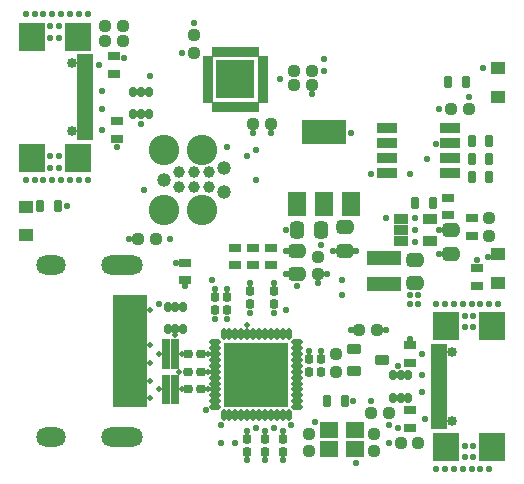
<source format=gts>
%FSLAX46Y46*%
%MOMM*%
%AMPS37*
21,1,5.500000,5.500000,0.000000,0.000000,180.000000*
%
%ADD37PS37*%
%AMPS31*
21,1,1.100000,1.200000,0.000000,0.000000,90.000000*
%
%ADD31PS31*%
%AMPS48*
21,1,1.100000,1.200000,0.000000,0.000000,270.000000*
%
%ADD48PS48*%
%AMPS18*
21,1,0.450000,0.700000,0.000000,0.000000,90.000000*
%
%ADD18PS18*%
%AMPS21*
21,1,0.450000,0.700000,0.000000,0.000000,270.000000*
%
%ADD21PS21*%
%AMPS44*
21,1,0.800000,1.700000,0.000000,0.000000,90.000000*
%
%ADD44PS44*%
%AMPS43*
21,1,0.800000,1.700000,0.000000,0.000000,270.000000*
%
%ADD43PS43*%
%AMPS19*
21,1,0.650000,0.700000,0.000000,0.000000,90.000000*
%
%ADD19PS19*%
%AMPS20*
21,1,0.650000,0.700000,0.000000,0.000000,270.000000*
%
%ADD20PS20*%
%AMPS45*
21,1,1.450000,1.950000,0.000000,0.000000,0.000000*
%
%ADD45PS45*%
%AMPS49*
21,1,0.800000,1.350000,0.000000,0.000000,90.000000*
%
%ADD49PS49*%
%AMPS26*
21,1,0.800000,1.350000,0.000000,0.000000,270.000000*
%
%ADD26PS26*%
%AMPS54*
21,1,0.500000,0.800000,0.000000,0.000000,0.000000*
%
%ADD54PS54*%
%AMPS56*
21,1,0.500000,0.800000,0.000000,0.000000,90.000000*
%
%ADD56PS56*%
%AMPS55*
21,1,0.500000,0.800000,0.000000,0.000000,180.000000*
%
%ADD55PS55*%
%AMPS57*
21,1,0.500000,0.800000,0.000000,0.000000,270.000000*
%
%ADD57PS57*%
%AMPS46*
21,1,3.700000,1.950000,0.000000,0.000000,0.000000*
%
%ADD46PS46*%
%AMPS59*
21,1,0.500000,2.800000,0.000000,0.000000,270.000000*
%
%ADD59PS59*%
%AMPS12*
21,1,1.200000,2.900000,0.000000,0.000000,270.000000*
%
%ADD12PS12*%
%AMPS50*
21,1,2.380000,2.200000,0.000000,0.000000,90.000000*
%
%ADD50PS50*%
%AMPS27*
21,1,2.380000,2.200000,0.000000,0.000000,270.000000*
%
%ADD27PS27*%
%AMPS51*
21,1,0.500000,1.350000,0.000000,0.000000,90.000000*
%
%ADD51PS51*%
%AMPS28*
21,1,0.500000,1.350000,0.000000,0.000000,270.000000*
%
%ADD28PS28*%
%AMPS14*
21,1,0.900000,1.200000,0.000000,0.000000,270.000000*
%
%ADD14PS14*%
%AMPS53*
21,1,1.600000,1.400000,0.000000,0.000000,180.000000*
%
%ADD53PS53*%
%AMPS63*
1,1,0.550000,0.000000,0.000000*
%
%ADD63PS63*%
%AMPS64*
1,1,0.500000,0.000000,0.000000*
%
%ADD64PS64*%
%AMPS60*
21,1,1.800000,1.700000,0.000000,0.000000,0.000000*
1,1,1.700000,0.900000,0.000000*
1,1,1.700000,-0.900000,0.000000*
%
%ADD60PS60*%
%AMPS61*
21,1,0.800000,1.700000,0.000000,0.000000,0.000000*
1,1,1.700000,0.400000,0.000000*
1,1,1.700000,-0.400000,0.000000*
%
%ADD61PS61*%
%AMPS39*
1,1,2.575000,0.000000,0.000000*
%
%ADD39PS39*%
%AMPS41*
1,1,2.575000,0.000000,0.000000*
%
%ADD41PS41*%
%AMPS52*
1,1,0.850000,0.000000,0.000000*
%
%ADD52PS52*%
%AMPS29*
1,1,0.850000,0.000000,0.000000*
%
%ADD29PS29*%
%AMPS42*
1,1,1.190600,0.000000,0.000000*
%
%ADD42PS42*%
%AMPS17*
1,1,0.560000,-0.220000,0.195000*
1,1,0.560000,0.220000,-0.195000*
1,1,0.560000,0.220000,0.195000*
1,1,0.560000,-0.220000,-0.195000*
21,1,1.000000,0.390000,0.000000,0.000000,0.000000*
21,1,0.440000,0.950000,0.000000,0.000000,0.000000*
%
%ADD17PS17*%
%AMPS11*
1,1,0.560000,-0.195000,-0.220000*
1,1,0.560000,0.195000,0.220000*
1,1,0.560000,-0.195000,0.220000*
1,1,0.560000,0.195000,-0.220000*
21,1,1.000000,0.390000,0.000000,0.000000,90.000000*
21,1,0.440000,0.950000,0.000000,0.000000,90.000000*
%
%ADD11PS11*%
%AMPS32*
1,1,0.560000,0.220000,-0.195000*
1,1,0.560000,-0.220000,0.195000*
1,1,0.560000,-0.220000,-0.195000*
1,1,0.560000,0.220000,0.195000*
21,1,1.000000,0.390000,0.000000,0.000000,180.000000*
21,1,0.440000,0.950000,0.000000,0.000000,180.000000*
%
%ADD32PS32*%
%AMPS25*
1,1,0.560000,0.195000,0.220000*
1,1,0.560000,-0.195000,-0.220000*
1,1,0.560000,0.195000,-0.220000*
1,1,0.560000,-0.195000,0.220000*
21,1,1.000000,0.390000,0.000000,0.000000,270.000000*
21,1,0.440000,0.950000,0.000000,0.000000,270.000000*
%
%ADD25PS25*%
%AMPS13*
1,1,0.700000,-0.375000,-0.250000*
1,1,0.700000,0.375000,0.250000*
1,1,0.700000,-0.375000,0.250000*
1,1,0.700000,0.375000,-0.250000*
21,1,1.200000,0.750000,0.000000,0.000000,90.000000*
21,1,0.500000,1.450000,0.000000,0.000000,90.000000*
%
%ADD13PS13*%
%AMPS62*
1,1,0.700000,0.250000,-0.375000*
1,1,0.700000,-0.250000,0.375000*
1,1,0.700000,-0.250000,-0.375000*
1,1,0.700000,0.250000,0.375000*
21,1,1.200000,0.750000,0.000000,0.000000,180.000000*
21,1,0.500000,1.450000,0.000000,0.000000,180.000000*
%
%ADD62PS62*%
%AMPS47*
1,1,0.700000,0.375000,0.250000*
1,1,0.700000,-0.375000,-0.250000*
1,1,0.700000,0.375000,-0.250000*
1,1,0.700000,-0.375000,0.250000*
21,1,1.200000,0.750000,0.000000,0.000000,270.000000*
21,1,0.500000,1.450000,0.000000,0.000000,270.000000*
%
%ADD47PS47*%
%AMPS36*
1,1,0.325000,0.062500,-0.337500*
1,1,0.325000,-0.062500,0.337500*
1,1,0.325000,-0.062500,-0.337500*
1,1,0.325000,0.062500,0.337500*
21,1,0.450000,0.675000,0.000000,0.000000,180.000000*
21,1,0.125000,1.000000,0.000000,0.000000,180.000000*
%
%ADD36PS36*%
%AMPS22*
1,1,0.440000,-0.130000,0.330000*
1,1,0.440000,0.130000,-0.330000*
1,1,0.440000,0.130000,0.330000*
1,1,0.440000,-0.130000,-0.330000*
21,1,0.700000,0.660000,0.000000,0.000000,0.000000*
21,1,0.260000,1.100000,0.000000,0.000000,0.000000*
%
%ADD22PS22*%
%AMPS33*
1,1,0.440000,-0.330000,-0.130000*
1,1,0.440000,0.330000,0.130000*
1,1,0.440000,-0.330000,0.130000*
1,1,0.440000,0.330000,-0.130000*
21,1,0.700000,0.660000,0.000000,0.000000,90.000000*
21,1,0.260000,1.100000,0.000000,0.000000,90.000000*
%
%ADD33PS33*%
%AMPS30*
1,1,0.440000,0.130000,-0.330000*
1,1,0.440000,-0.130000,0.330000*
1,1,0.440000,-0.130000,-0.330000*
1,1,0.440000,0.130000,0.330000*
21,1,0.700000,0.660000,0.000000,0.000000,180.000000*
21,1,0.260000,1.100000,0.000000,0.000000,180.000000*
%
%ADD30PS30*%
%AMPS16*
1,1,0.440000,0.330000,0.130000*
1,1,0.440000,-0.330000,-0.130000*
1,1,0.440000,0.330000,-0.130000*
1,1,0.440000,-0.330000,0.130000*
21,1,0.700000,0.660000,0.000000,0.000000,270.000000*
21,1,0.260000,1.100000,0.000000,0.000000,270.000000*
%
%ADD16PS16*%
%AMPS24*
1,1,0.400000,-0.110000,0.200000*
1,1,0.400000,0.110000,-0.200000*
1,1,0.400000,0.110000,0.200000*
1,1,0.400000,-0.110000,-0.200000*
21,1,0.620000,0.400000,0.000000,0.000000,0.000000*
21,1,0.220000,0.800000,0.000000,0.000000,0.000000*
%
%ADD24PS24*%
%AMPS23*
1,1,0.400000,0.110000,-0.200000*
1,1,0.400000,-0.110000,0.200000*
1,1,0.400000,-0.110000,-0.200000*
1,1,0.400000,0.110000,0.200000*
21,1,0.620000,0.400000,0.000000,0.000000,180.000000*
21,1,0.220000,0.800000,0.000000,0.000000,180.000000*
%
%ADD23PS23*%
%AMPS10*
1,1,0.440000,-0.130000,-0.180000*
1,1,0.440000,0.130000,0.180000*
1,1,0.440000,-0.130000,0.180000*
1,1,0.440000,0.130000,-0.180000*
21,1,0.800000,0.260000,0.000000,0.000000,90.000000*
21,1,0.360000,0.700000,0.000000,0.000000,90.000000*
%
%ADD10PS10*%
%AMPS34*
1,1,0.440000,0.180000,-0.130000*
1,1,0.440000,-0.180000,0.130000*
1,1,0.440000,-0.180000,-0.130000*
1,1,0.440000,0.180000,0.130000*
21,1,0.800000,0.260000,0.000000,0.000000,180.000000*
21,1,0.360000,0.700000,0.000000,0.000000,180.000000*
%
%ADD34PS34*%
%AMPS15*
1,1,0.440000,0.130000,0.180000*
1,1,0.440000,-0.130000,-0.180000*
1,1,0.440000,0.130000,-0.180000*
1,1,0.440000,-0.130000,0.180000*
21,1,0.800000,0.260000,0.000000,0.000000,270.000000*
21,1,0.360000,0.700000,0.000000,0.000000,270.000000*
%
%ADD15PS15*%
%AMPS38*
1,1,0.540000,-0.330000,-0.180000*
1,1,0.540000,0.330000,0.180000*
1,1,0.540000,-0.330000,0.180000*
1,1,0.540000,0.330000,-0.180000*
21,1,0.900000,0.660000,0.000000,0.000000,90.000000*
21,1,0.360000,1.200000,0.000000,0.000000,90.000000*
%
%ADD38PS38*%
%AMPS35*
1,1,0.325000,0.337500,-0.062500*
1,1,0.325000,-0.337500,0.062500*
1,1,0.325000,-0.337500,-0.062500*
1,1,0.325000,0.337500,0.062500*
21,1,1.000000,0.125000,0.000000,0.000000,180.000000*
21,1,0.675000,0.450000,0.000000,0.000000,180.000000*
%
%ADD35PS35*%
%AMPS58*
21,1,3.300000,3.300000,0.000000,0.000000,180.000000*
%
%ADD58PS58*%
%AMPS40*
1,1,0.987400,0.000000,0.000000*
%
%ADD40PS40*%
G01*
%LPD*%
G01*
%LPD*%
G75*
D10*
X22000000Y16550000D03*
D10*
X22000000Y15450000D03*
D11*
X40250000Y22750000D03*
D11*
X40250000Y21250000D03*
D12*
X31300000Y19350000D03*
D12*
X31300000Y17150000D03*
D11*
X15250000Y38250000D03*
D11*
X15250000Y36750000D03*
D13*
X24000008Y18000056D03*
D13*
X24000008Y20000056D03*
D14*
X32800000Y21750000D03*
D14*
X35200000Y20800000D03*
D14*
X32800000Y22700000D03*
D14*
X35200000Y22700000D03*
D14*
X32800000Y20800000D03*
D15*
X21250000Y2950000D03*
D15*
X21250000Y4050000D03*
D16*
X14500000Y19000000D03*
D16*
X14500000Y17500000D03*
D10*
X17000000Y16050000D03*
D10*
X17000000Y14950000D03*
D17*
X25250000Y34000000D03*
D17*
X23750000Y34000000D03*
D18*
X13650000Y10249998D03*
D18*
X13650000Y12249998D03*
D19*
X13650000Y11249998D03*
D20*
X12850000Y11249998D03*
D21*
X12850000Y12249998D03*
D21*
X12850000Y10249998D03*
D18*
X13650000Y10749998D03*
D21*
X12850000Y10749998D03*
D18*
X13650000Y11749998D03*
D21*
X12850000Y11749998D03*
D10*
X18000000Y16050000D03*
D10*
X18000000Y14950000D03*
D22*
X36750000Y34250000D03*
D22*
X38250000Y34250000D03*
D23*
X10100000Y33450000D03*
D23*
X11400000Y33450000D03*
D23*
X10750000Y33450000D03*
D24*
X10100000Y31550000D03*
D24*
X11400000Y31550000D03*
D24*
X10750000Y31550000D03*
D25*
X25750000Y18000000D03*
D25*
X25750000Y19500000D03*
D26*
X6005000Y29800000D03*
D27*
X5430000Y38110000D03*
D28*
X6005000Y34250000D03*
D27*
X1500000Y27890000D03*
D28*
X6005000Y31750000D03*
D27*
X5430000Y27890000D03*
D28*
X6005000Y33250000D03*
D28*
X6005000Y34750000D03*
D28*
X6005000Y31250000D03*
D29*
X4930000Y35890000D03*
D26*
X6005000Y35400000D03*
D27*
X1500000Y38110000D03*
D28*
X6005000Y32750000D03*
D26*
X6005000Y30600000D03*
D26*
X6005000Y36200000D03*
D28*
X6005000Y33750000D03*
D29*
X4930000Y30110000D03*
D28*
X6005000Y32250000D03*
D16*
X33520000Y6500000D03*
D16*
X33520000Y5000000D03*
D30*
X35500000Y24000000D03*
D30*
X34000000Y24000000D03*
D31*
X1000000Y23700000D03*
D31*
X1000000Y21300000D03*
D32*
X32750000Y3750000D03*
D32*
X34250000Y3750000D03*
D33*
X8750000Y29500000D03*
D33*
X8750000Y31000000D03*
D10*
X26000000Y10800000D03*
D10*
X26000000Y9700000D03*
D10*
X20000000Y16550000D03*
D10*
X20000000Y15450000D03*
D17*
X9250000Y37750000D03*
D17*
X7750000Y37750000D03*
D33*
X8500000Y35000000D03*
D33*
X8500000Y36500000D03*
D34*
X14700000Y8250000D03*
D34*
X15800000Y8250000D03*
D30*
X40250000Y26250000D03*
D30*
X38750000Y26250000D03*
D16*
X18750000Y20250000D03*
D16*
X18750000Y18750000D03*
D35*
X23950000Y9750000D03*
D36*
X21750000Y6050000D03*
D36*
X21250000Y6050000D03*
D35*
X23950000Y12250000D03*
D35*
X23950000Y8750000D03*
D36*
X20750000Y12950000D03*
D36*
X18750000Y6050000D03*
D37*
X20500000Y9500000D03*
D35*
X17050000Y6750000D03*
D35*
X23950000Y6750000D03*
D36*
X21250000Y12950000D03*
D35*
X17050000Y12250000D03*
D35*
X23950000Y10250000D03*
D36*
X20250000Y12950000D03*
D35*
X17050000Y10750000D03*
D35*
X23950000Y9250000D03*
D35*
X23950000Y11750000D03*
D35*
X17050000Y9250000D03*
D35*
X17050000Y11750000D03*
D36*
X19250000Y12950000D03*
D36*
X21750000Y12950000D03*
D36*
X17750000Y6050000D03*
D35*
X23950000Y11250000D03*
D36*
X23250000Y6050000D03*
D35*
X23950000Y8250000D03*
D35*
X17050000Y9750000D03*
D36*
X20750000Y6050000D03*
D36*
X20250000Y6050000D03*
D36*
X18250000Y6050000D03*
D35*
X17050000Y8250000D03*
D36*
X18250000Y12950000D03*
D36*
X22750000Y6050000D03*
D35*
X17050000Y7750000D03*
D35*
X23950000Y7750000D03*
D35*
X17050000Y8750000D03*
D35*
X23950000Y10750000D03*
D35*
X17050000Y11250000D03*
D36*
X17750000Y12950000D03*
D35*
X17050000Y7250000D03*
D36*
X18750000Y12950000D03*
D36*
X23250000Y12950000D03*
D36*
X22250000Y12950000D03*
D36*
X22250000Y6050000D03*
D36*
X22750000Y12950000D03*
D35*
X17050000Y10250000D03*
D35*
X23950000Y7250000D03*
D36*
X19250000Y6050000D03*
D36*
X19750000Y12950000D03*
D36*
X19750000Y6050000D03*
D24*
X33400000Y7550000D03*
D24*
X32100000Y7550000D03*
D24*
X32750000Y7550000D03*
D23*
X33400000Y9450000D03*
D23*
X32100000Y9450000D03*
D23*
X32750000Y9450000D03*
D38*
X31200000Y10750000D03*
D38*
X28800000Y11700000D03*
D38*
X28800000Y9800000D03*
D16*
X33500000Y12000000D03*
D16*
X33500000Y10500000D03*
D39*
X12710000Y28540000D03*
D40*
X16520000Y25365000D03*
D40*
X13980000Y25365000D03*
D39*
X15885000Y28540000D03*
D41*
X12710000Y23460000D03*
D42*
X17790000Y27016000D03*
D40*
X13980000Y26635000D03*
D40*
X15250000Y26635000D03*
D40*
X15250000Y25365000D03*
D40*
X16520000Y26635000D03*
D42*
X17790000Y24984000D03*
D42*
X12710000Y26000000D03*
D41*
X15885000Y23460000D03*
D32*
X29250000Y13250000D03*
D32*
X30750000Y13250000D03*
D18*
X13650000Y7249998D03*
D18*
X13650000Y9249998D03*
D19*
X13650000Y8249998D03*
D20*
X12850000Y8249998D03*
D21*
X12850000Y9249998D03*
D21*
X12850000Y7249998D03*
D18*
X13650000Y7749998D03*
D21*
X12850000Y7749998D03*
D18*
X13650000Y8749998D03*
D21*
X12850000Y8749998D03*
D32*
X7750000Y39000000D03*
D32*
X9250000Y39000000D03*
D34*
X14700000Y11250000D03*
D34*
X15800000Y11250000D03*
D43*
X31550000Y29135000D03*
D43*
X31550000Y26595000D03*
D44*
X36950000Y29135000D03*
D43*
X31550000Y30405000D03*
D43*
X31550000Y27865000D03*
D44*
X36950000Y26595000D03*
D44*
X36950000Y27865000D03*
D44*
X36950000Y30405000D03*
D23*
X13025000Y15250000D03*
D23*
X14325000Y15250000D03*
D23*
X13675000Y15250000D03*
D24*
X13025000Y13350000D03*
D24*
X14325000Y13350000D03*
D24*
X13675000Y13350000D03*
D10*
X25000000Y10800000D03*
D10*
X25000000Y9700000D03*
D34*
X14700000Y9750000D03*
D34*
X15800000Y9750000D03*
D13*
X37000008Y19750056D03*
D13*
X37000008Y21750056D03*
D45*
X28550000Y23950000D03*
D45*
X26250000Y23950000D03*
D45*
X23950000Y23950000D03*
D46*
X26250000Y30050000D03*
D16*
X39250000Y18500000D03*
D16*
X39250000Y17000000D03*
D11*
X27250000Y11250000D03*
D11*
X27250000Y9750000D03*
D32*
X20250000Y30750000D03*
D32*
X21750000Y30750000D03*
D30*
X40250000Y29250000D03*
D30*
X38750000Y29250000D03*
D17*
X38500000Y32000000D03*
D17*
X37000000Y32000000D03*
D30*
X40250000Y27750000D03*
D30*
X38750000Y27750000D03*
D15*
X19750000Y2950000D03*
D15*
X19750000Y4050000D03*
D47*
X27999992Y21999944D03*
D47*
X27999992Y19999944D03*
D13*
X34000008Y17250056D03*
D13*
X34000008Y19250056D03*
D16*
X21750000Y20250000D03*
D16*
X21750000Y18750000D03*
D48*
X41000000Y17300000D03*
D48*
X41000000Y19700000D03*
D49*
X35995000Y11700000D03*
D50*
X36570000Y3390000D03*
D51*
X35995000Y7250000D03*
D50*
X40500000Y13610000D03*
D51*
X35995000Y9750000D03*
D50*
X36570000Y13610000D03*
D51*
X35995000Y8250000D03*
D51*
X35995000Y6750000D03*
D51*
X35995000Y10250000D03*
D52*
X37070000Y5610000D03*
D49*
X35995000Y6100000D03*
D50*
X40500000Y3390000D03*
D51*
X35995000Y8750000D03*
D49*
X35995000Y10900000D03*
D49*
X35995000Y5300000D03*
D51*
X35995000Y7750000D03*
D52*
X37070000Y11390000D03*
D51*
X35995000Y9250000D03*
D33*
X36750000Y23000000D03*
D33*
X36750000Y24500000D03*
D53*
X26650000Y3200000D03*
D53*
X28850000Y3200000D03*
D53*
X28850000Y4800000D03*
D53*
X26650000Y4800000D03*
D54*
X18000000Y32150000D03*
D55*
X18000000Y36850000D03*
D56*
X21100000Y34250000D03*
D54*
X20500000Y32150000D03*
D57*
X16400000Y35250000D03*
D54*
X17000000Y32150000D03*
D55*
X19500000Y36850000D03*
D56*
X21100000Y34750000D03*
D57*
X16400000Y33250000D03*
D54*
X18500000Y32150000D03*
D56*
X21100000Y35250000D03*
D54*
X20000000Y32150000D03*
D55*
X18500000Y36850000D03*
D56*
X21100000Y36250000D03*
D55*
X20000000Y36850000D03*
D57*
X16400000Y35750000D03*
D55*
X19000000Y36850000D03*
D58*
X18750000Y34500000D03*
D57*
X16400000Y32750000D03*
D56*
X21100000Y33250000D03*
D57*
X16400000Y36250000D03*
D57*
X16400000Y33750000D03*
D57*
X16400000Y34250000D03*
D56*
X21100000Y33750000D03*
D57*
X16400000Y34750000D03*
D55*
X20500000Y36850000D03*
D55*
X17000000Y36850000D03*
D54*
X19000000Y32150000D03*
D55*
X17500000Y36850000D03*
D54*
X19500000Y32150000D03*
D54*
X17500000Y32150000D03*
D56*
X21100000Y32750000D03*
D56*
X21100000Y35750000D03*
D32*
X30250000Y6250000D03*
D32*
X31750000Y6250000D03*
D30*
X3750000Y23750000D03*
D30*
X2250000Y23750000D03*
D22*
X26500000Y7250000D03*
D22*
X28000000Y7250000D03*
D32*
X23750000Y35250000D03*
D32*
X25250000Y35250000D03*
D16*
X20250000Y20250000D03*
D16*
X20250000Y18750000D03*
D25*
X30500000Y3000000D03*
D25*
X30500000Y4500000D03*
D32*
X10500000Y21000000D03*
D32*
X12000000Y21000000D03*
D59*
X9870000Y10000000D03*
D59*
X9870000Y15500000D03*
D59*
X9870000Y7000000D03*
D59*
X9870000Y7500000D03*
D60*
X9110000Y4250000D03*
D59*
X9870000Y8000000D03*
D59*
X9870000Y13000000D03*
D59*
X9870000Y12500000D03*
D59*
X9870000Y14500000D03*
D60*
X9110000Y18750000D03*
D59*
X9870000Y11000000D03*
D59*
X9870000Y9500000D03*
D61*
X3150000Y18750000D03*
D59*
X9870000Y8500000D03*
D59*
X9870000Y12000000D03*
D59*
X9870000Y13500000D03*
D59*
X9870000Y16000000D03*
D59*
X9870000Y10500000D03*
D61*
X3150000Y4250000D03*
D59*
X9870000Y11500000D03*
D59*
X9870000Y9000000D03*
D59*
X9870000Y15000000D03*
D59*
X9870000Y14000000D03*
D33*
X38750000Y21250000D03*
D33*
X38750000Y22750000D03*
D62*
X25999944Y21750008D03*
D62*
X23999944Y21750008D03*
D48*
X41000000Y33050000D03*
D48*
X41000000Y35450000D03*
D15*
X22750000Y2950000D03*
D15*
X22750000Y4050000D03*
D11*
X25000000Y4500000D03*
D11*
X25000000Y3000000D03*
D63*
X18750000Y9500000D03*
D63*
X20500000Y26000000D03*
D63*
X18750000Y7750000D03*
D63*
X17500000Y5250000D03*
D63*
X22000000Y17250000D03*
D64*
X12250000Y8250000D03*
D63*
X36500000Y15500000D03*
D63*
X4500000Y23750000D03*
D63*
X13250000Y21000000D03*
D63*
X25750000Y17250000D03*
D63*
X6250000Y40000000D03*
D63*
X21750000Y30000000D03*
D63*
X18750000Y34500000D03*
D63*
X27750000Y17500000D03*
D63*
X22500000Y34500000D03*
D63*
X22000000Y5000000D03*
D64*
X11500000Y10500000D03*
D63*
X36000000Y19750000D03*
D63*
X36000000Y32000000D03*
D63*
X40250000Y1500000D03*
D63*
X35750000Y1500000D03*
D63*
X18750002Y35749999D03*
D63*
X34520000Y9500000D03*
D63*
X38000000Y15500000D03*
D63*
X23458871Y5270565D03*
D64*
X16425000Y9750000D03*
D63*
X3090000Y27000000D03*
D63*
X33500000Y26500000D03*
D63*
X39250000Y19250000D03*
D63*
X20000002Y34499999D03*
D63*
X33500000Y12500000D03*
D64*
X11500000Y14995000D03*
D63*
X19750000Y4750000D03*
D63*
X9345799Y36325633D03*
D63*
X20500000Y5000000D03*
D63*
X17500000Y3750000D03*
D63*
X3250000Y40000000D03*
D63*
X22750000Y2250000D03*
D63*
X22250000Y9500000D03*
D63*
X40250000Y15500000D03*
D63*
X18000000Y16750000D03*
D64*
X11500000Y12000000D03*
D64*
X11500000Y7500000D03*
D63*
X1750000Y26000000D03*
D63*
X16250000Y6500000D03*
D63*
X17500002Y35749999D03*
D63*
X27000000Y20000000D03*
D63*
X4750000Y40000000D03*
D63*
X41000000Y15500000D03*
D63*
X39500000Y1500000D03*
D64*
X14250000Y11250000D03*
D63*
X39500000Y15500000D03*
D63*
X18750000Y3750000D03*
D63*
X35000000Y27750000D03*
D64*
X16425000Y11250000D03*
D63*
X34250000Y16250000D03*
D63*
X33500000Y16250000D03*
D63*
X24000000Y17000000D03*
D63*
X20000000Y17250000D03*
D63*
X37250000Y15500000D03*
D63*
X9750000Y21000000D03*
D64*
X16425000Y8250000D03*
D63*
X23000000Y20000000D03*
D63*
X20500000Y28500000D03*
D64*
X11500000Y9000000D03*
D63*
X20000002Y33249999D03*
D63*
X34000000Y22750000D03*
D63*
X18750000Y11250000D03*
D63*
X33500000Y15500000D03*
D63*
X13750000Y19000000D03*
D63*
X20250000Y30000000D03*
D63*
X20000000Y14750000D03*
D63*
X29000000Y2000000D03*
D63*
X1750000Y40000000D03*
D63*
X26250000Y36250000D03*
D63*
X17500002Y33249999D03*
D63*
X38000000Y1500000D03*
D63*
X34000000Y20750000D03*
D63*
X16750000Y17500000D03*
D63*
X3090000Y39000000D03*
D63*
X26000000Y11500000D03*
D64*
X14250000Y8250000D03*
D63*
X8750000Y28750000D03*
D63*
X1000000Y26000000D03*
D63*
X30250000Y7250000D03*
D63*
X4750000Y26000000D03*
D63*
X22750000Y4750000D03*
D63*
X36000000Y21750000D03*
D63*
X26250000Y35250000D03*
D63*
X7480000Y32000000D03*
D64*
X14000000Y9750000D03*
D63*
X14250000Y36750000D03*
D63*
X19750000Y28000000D03*
D63*
X10750000Y30750000D03*
D63*
X3840000Y28000000D03*
D63*
X38750000Y15500000D03*
D63*
X34250000Y15500000D03*
D63*
X25250000Y33250000D03*
D63*
X15250000Y39250000D03*
D63*
X18000000Y28750000D03*
D63*
X22250000Y11250000D03*
D63*
X3840000Y38000000D03*
D63*
X28500000Y13250000D03*
D63*
X20500000Y11250000D03*
D63*
X20500000Y9500000D03*
D63*
X5500000Y40000000D03*
D63*
X38910000Y2500000D03*
D63*
X3250000Y26000000D03*
D63*
X18750002Y33249999D03*
D63*
X28500000Y30000000D03*
D64*
X12250000Y11250000D03*
D63*
X12250000Y15500000D03*
D63*
X22250000Y7750000D03*
D63*
X6250000Y26000000D03*
D63*
X2500000Y40000000D03*
D63*
X5500000Y26000000D03*
D63*
X31500000Y13250000D03*
D63*
X26000000Y20500000D03*
D63*
X25500000Y5500000D03*
D63*
X3090000Y38000000D03*
D63*
X31750000Y5250000D03*
D63*
X38160000Y3500000D03*
D64*
X13675000Y12825000D03*
D63*
X7480000Y33500000D03*
D63*
X37250000Y1500000D03*
D63*
X34520000Y11250000D03*
D63*
X7230000Y35750000D03*
D63*
X34000000Y21750000D03*
D63*
X38750000Y1500000D03*
D63*
X38160000Y14500000D03*
D63*
X19750000Y2250000D03*
D63*
X27750000Y16250000D03*
D63*
X30250000Y26500000D03*
D63*
X38910000Y14500000D03*
D63*
X32500000Y10250000D03*
D63*
X39750000Y35500000D03*
D63*
X18000000Y14250000D03*
D63*
X26500000Y18000000D03*
D63*
X31500000Y22750000D03*
D63*
X25000000Y11500000D03*
D63*
X31750000Y3750000D03*
D63*
X38160000Y13500000D03*
D63*
X21250000Y2250000D03*
D63*
X38910000Y3500000D03*
D63*
X23000000Y21750000D03*
D63*
X20000002Y35749999D03*
D64*
X19745000Y13750000D03*
D63*
X38160000Y2500000D03*
D63*
X22000000Y14750000D03*
D63*
X4000000Y26000000D03*
D63*
X38500000Y33000000D03*
D63*
X1000000Y40000000D03*
D63*
X38910000Y13500000D03*
D63*
X20625000Y7750000D03*
D63*
X21250000Y4750000D03*
D63*
X36500000Y1500000D03*
D63*
X2500000Y26000000D03*
D63*
X32520000Y5000000D03*
D63*
X28750000Y7250000D03*
D63*
X17500002Y34499999D03*
D63*
X17000000Y14250000D03*
D63*
X4000000Y40000000D03*
D63*
X17000000Y16750000D03*
D63*
X35750000Y15500000D03*
D63*
X3840000Y27000000D03*
D63*
X34520000Y8000000D03*
D63*
X29000000Y20000000D03*
D63*
X40105000Y19500000D03*
D63*
X10979680Y25129680D03*
D63*
X3840000Y39000000D03*
D63*
X35750000Y29000000D03*
D63*
X7480000Y30250000D03*
D63*
X3090000Y28000000D03*
D63*
X14500000Y17000000D03*
D63*
X11500000Y34750000D03*
D63*
X23000000Y15000000D03*
D63*
X23000000Y18000000D03*
D63*
X34770000Y5750000D03*
M02*

</source>
